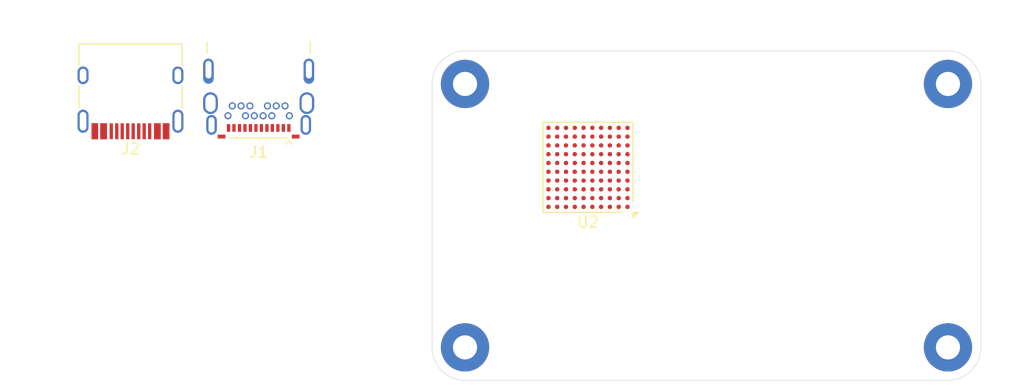
<source format=kicad_pcb>
(kicad_pcb (version 20241229) (generator "pcbnew") (generator_version "9.0")
  (layers (0 "F.Cu" signal) (4 "In1.Cu" signal) (6 "In2.Cu" signal) (8 "In3.Cu" signal) (10 "In4.Cu" signal) (2 "B.Cu" signal) (13 "F.Paste" user) (15 "B.Paste" user) (5 "F.SilkS" user "F.Silkscreen") (7 "B.SilkS" user "B.Silkscreen") (1 "F.Mask" user) (3 "B.Mask" user) (25 "Edge.Cuts" user))
  (net 0 "")
  (net 7 "Net-(J1-GND-PadA1)")
  (net 8 "Net-(J1-VBUS-PadA4)")
  (net 20 "Net-(J2-VBUS-PadA4)")
  (net 23 "Net-(J2-GND-PadA1)")
  (net 33 "Net-(U2-VSS-PadC2)")
  (net 127 "GND")
  (footprint "MountingHole:MountingHole_2.2mm_M2_Pad_TopBottom" (layer "F.Cu") (at 83 107)
    (property "Reference" "H3" (hide yes))
    (property "Value" "MountingHole_Pad")
    (pad "1" thru_hole circle (at 0 0) (size 2.6 2.6) (drill 2.2) (layers "*.Cu" "*.Mask") (net 127 "GND"))
    (pad "1" connect circle (at 0 0) (size 4.4 4.4) (layers "F.Cu" "F.Mask") (net 127 "GND"))
    (pad "1" connect circle (at 0 0) (size 4.4 4.4) (layers "B.Cu" "B.Mask") (net 127 "GND"))
  )
  (footprint "MountingHole:MountingHole_2.2mm_M2_Pad_TopBottom" (layer "F.Cu") (at 127 107)
    (property "Reference" "H4" (hide yes))
    (property "Value" "MountingHole_Pad")
    (pad "1" thru_hole circle (at 0 0) (size 2.6 2.6) (drill 2.2) (layers "*.Cu" "*.Mask") (net 127 "GND"))
    (pad "1" connect circle (at 0 0) (size 4.4 4.4) (layers "F.Cu" "F.Mask") (net 127 "GND"))
    (pad "1" connect circle (at 0 0) (size 4.4 4.4) (layers "B.Cu" "B.Mask") (net 127 "GND"))
  )
  (footprint "Connector_USB:USB_C_Receptacle_HRO_TYPE-C-31-M-12" (layer "F.Cu") (at 52.52 83.265 180)
    (property "Reference" "J2" (at 0 -5.645 0) (layer "F.SilkS"))
    (property "Value" "USB_C_Receptacle_USB2.0_16P")
    (fp_line (start 4.7 2) (end 4.7 3.9) (stroke (width 0.12)) (layer "F.SilkS"))
    (fp_line (start 4.7 -1.9) (end 4.7 0.1) (stroke (width 0.12)) (layer "F.SilkS"))
    (fp_line (start -4.7 3.9) (end 4.7 3.9) (stroke (width 0.12)) (layer "F.SilkS"))
    (fp_line (start -4.7 2) (end -4.7 3.9) (stroke (width 0.12)) (layer "F.SilkS"))
    (fp_line (start -4.7 -1.9) (end -4.7 0.1) (stroke (width 0.12)) (layer "F.SilkS"))
    (pad "" np_thru_hole circle (at -2.89 -2.6 180) (size 0.65 0.65) (drill 0.65) (layers "*.Cu" "*.Mask"))
    (pad "" np_thru_hole circle (at 2.89 -2.6 180) (size 0.65 0.65) (drill 0.65) (layers "*.Cu" "*.Mask"))
    (pad "A1" smd rect (at -3.25 -4.045 180) (size 0.6 1.45) (layers "F.Cu" "F.Mask" "F.Paste") (net 23 "Net-(J2-GND-PadA1)"))
    (pad "A4" smd rect (at -2.45 -4.045 180) (size 0.6 1.45) (layers "F.Cu" "F.Mask" "F.Paste") (net 20 "Net-(J2-VBUS-PadA4)"))
    (pad "A5" smd rect (at -1.25 -4.045 180) (size 0.3 1.45) (layers "F.Cu" "F.Mask" "F.Paste"))
    (pad "A6" smd rect (at -0.25 -4.045 180) (size 0.3 1.45) (layers "F.Cu" "F.Mask" "F.Paste"))
    (pad "A7" smd rect (at 0.25 -4.045 180) (size 0.3 1.45) (layers "F.Cu" "F.Mask" "F.Paste"))
    (pad "A8" smd rect (at 1.25 -4.045 180) (size 0.3 1.45) (layers "F.Cu" "F.Mask" "F.Paste"))
    (pad "A9" smd rect (at 2.45 -4.045 180) (size 0.6 1.45) (layers "F.Cu" "F.Mask" "F.Paste") (net 20 "Net-(J2-VBUS-PadA4)"))
    (pad "A12" smd rect (at 3.25 -4.045 180) (size 0.6 1.45) (layers "F.Cu" "F.Mask" "F.Paste") (net 23 "Net-(J2-GND-PadA1)"))
    (pad "B1" smd rect (at 3.25 -4.045 180) (size 0.6 1.45) (layers "F.Cu" "F.Mask" "F.Paste") (net 23 "Net-(J2-GND-PadA1)"))
    (pad "B4" smd rect (at 2.45 -4.045 180) (size 0.6 1.45) (layers "F.Cu" "F.Mask" "F.Paste") (net 20 "Net-(J2-VBUS-PadA4)"))
    (pad "B5" smd rect (at 1.75 -4.045 180) (size 0.3 1.45) (layers "F.Cu" "F.Mask" "F.Paste"))
    (pad "B6" smd rect (at 0.75 -4.045 180) (size 0.3 1.45) (layers "F.Cu" "F.Mask" "F.Paste"))
    (pad "B7" smd rect (at -0.75 -4.045 180) (size 0.3 1.45) (layers "F.Cu" "F.Mask" "F.Paste"))
    (pad "B8" smd rect (at -1.75 -4.045 180) (size 0.3 1.45) (layers "F.Cu" "F.Mask" "F.Paste"))
    (pad "B9" smd rect (at -2.45 -4.045 180) (size 0.6 1.45) (layers "F.Cu" "F.Mask" "F.Paste") (net 20 "Net-(J2-VBUS-PadA4)"))
    (pad "B12" smd rect (at -3.25 -4.045 180) (size 0.6 1.45) (layers "F.Cu" "F.Mask" "F.Paste") (net 23 "Net-(J2-GND-PadA1)"))
    (pad "S1" thru_hole oval (at -4.32 -3.13 180) (size 1 2.1) (drill oval 0.6 1.7) (property pad_prop_heatsink) (layers "*.Cu" "*.Mask"))
    (pad "S1" thru_hole oval (at -4.32 1.05 180) (size 1 1.6) (drill oval 0.6 1.2) (property pad_prop_heatsink) (layers "*.Cu" "*.Mask"))
    (pad "S1" thru_hole oval (at 4.32 -3.13 180) (size 1 2.1) (drill oval 0.6 1.7) (property pad_prop_heatsink) (layers "*.Cu" "*.Mask"))
    (pad "S1" thru_hole oval (at 4.32 1.05 180) (size 1 1.6) (drill oval 0.6 1.2) (property pad_prop_heatsink) (layers "*.Cu" "*.Mask"))
  )
  (footprint "MountingHole:MountingHole_2.2mm_M2_Pad_TopBottom" (layer "F.Cu") (at 83 83)
    (property "Reference" "H1" (hide yes))
    (property "Value" "MountingHole_Pad")
    (pad "1" thru_hole circle (at 0 0) (size 2.6 2.6) (drill 2.2) (layers "*.Cu" "*.Mask") (net 127 "GND"))
    (pad "1" connect circle (at 0 0) (size 4.4 4.4) (layers "F.Cu" "F.Mask") (net 127 "GND"))
    (pad "1" connect circle (at 0 0) (size 4.4 4.4) (layers "B.Cu" "B.Mask") (net 127 "GND"))
  )
  (footprint "MountingHole:MountingHole_2.2mm_M2_Pad_TopBottom" (layer "F.Cu") (at 127 83)
    (property "Reference" "H2" (hide yes))
    (property "Value" "MountingHole_Pad")
    (pad "1" thru_hole circle (at 0 0) (size 2.6 2.6) (drill 2.2) (layers "*.Cu" "*.Mask") (net 127 "GND"))
    (pad "1" connect circle (at 0 0) (size 4.4 4.4) (layers "F.Cu" "F.Mask") (net 127 "GND"))
    (pad "1" connect circle (at 0 0) (size 4.4 4.4) (layers "B.Cu" "B.Mask") (net 127 "GND"))
  )
  (footprint "Package_BGA:TFBGA-100_8x8mm_Layout10x10_P0.8mm" (layer "F.Cu") (at 94.2 90.6 180)
    (property "Reference" "U2" (at 0 -5 0) (layer "F.SilkS"))
    (property "Value" "STM32H743VGHx")
    (fp_line (start 4.11 4.11) (end -4.11 4.11) (stroke (width 0.12)) (layer "F.SilkS"))
    (fp_line (start 4.11 -4.11) (end 4.11 4.11) (stroke (width 0.12)) (layer "F.SilkS"))
    (fp_line (start -3.11 -4.11) (end 4.11 -4.11) (stroke (width 0.12)) (layer "F.SilkS"))
    (fp_line (start -4.11 4.11) (end -4.11 -3.11) (stroke (width 0.12)) (layer "F.SilkS"))
    (fp_poly (pts (xy -4.11 -4.11) (xy -4.61 -4.11) (xy -4.11 -4.61)) (stroke (width 0.12)) (fill yes) (layer "F.SilkS"))
    (pad "A1" smd circle (at -3.6 -3.6 180) (size 0.4 0.4) (property pad_prop_bga) (layers "F.Cu" "F.Mask" "F.Paste"))
    (pad "A2" smd circle (at -2.8 -3.6 180) (size 0.4 0.4) (property pad_prop_bga) (layers "F.Cu" "F.Mask" "F.Paste"))
    (pad "A3" smd circle (at -2 -3.6 180) (size 0.4 0.4) (property pad_prop_bga) (layers "F.Cu" "F.Mask" "F.Paste"))
    (pad "A4" smd circle (at -1.2 -3.6 180) (size 0.4 0.4) (property pad_prop_bga) (layers "F.Cu" "F.Mask" "F.Paste"))
    (pad "A5" smd circle (at -0.4 -3.6 180) (size 0.4 0.4) (property pad_prop_bga) (layers "F.Cu" "F.Mask" "F.Paste"))
    (pad "A6" smd circle (at 0.4 -3.6 180) (size 0.4 0.4) (property pad_prop_bga) (layers "F.Cu" "F.Mask" "F.Paste"))
    (pad "A7" smd circle (at 1.2 -3.6 180) (size 0.4 0.4) (property pad_prop_bga) (layers "F.Cu" "F.Mask" "F.Paste"))
    (pad "A8" smd circle (at 2 -3.6 180) (size 0.4 0.4) (property pad_prop_bga) (layers "F.Cu" "F.Mask" "F.Paste"))
    (pad "A9" smd circle (at 2.8 -3.6 180) (size 0.4 0.4) (property pad_prop_bga) (layers "F.Cu" "F.Mask" "F.Paste"))
    (pad "A10" smd circle (at 3.6 -3.6 180) (size 0.4 0.4) (property pad_prop_bga) (layers "F.Cu" "F.Mask" "F.Paste"))
    (pad "B1" smd circle (at -3.6 -2.8 180) (size 0.4 0.4) (property pad_prop_bga) (layers "F.Cu" "F.Mask" "F.Paste"))
    (pad "B2" smd circle (at -2.8 -2.8 180) (size 0.4 0.4) (property pad_prop_bga) (layers "F.Cu" "F.Mask" "F.Paste"))
    (pad "B3" smd circle (at -2 -2.8 180) (size 0.4 0.4) (property pad_prop_bga) (layers "F.Cu" "F.Mask" "F.Paste"))
    (pad "B4" smd circle (at -1.2 -2.8 180) (size 0.4 0.4) (property pad_prop_bga) (layers "F.Cu" "F.Mask" "F.Paste"))
    (pad "B5" smd circle (at -0.4 -2.8 180) (size 0.4 0.4) (property pad_prop_bga) (layers "F.Cu" "F.Mask" "F.Paste"))
    (pad "B6" smd circle (at 0.4 -2.8 180) (size 0.4 0.4) (property pad_prop_bga) (layers "F.Cu" "F.Mask" "F.Paste"))
    (pad "B7" smd circle (at 1.2 -2.8 180) (size 0.4 0.4) (property pad_prop_bga) (layers "F.Cu" "F.Mask" "F.Paste"))
    (pad "B8" smd circle (at 2 -2.8 180) (size 0.4 0.4) (property pad_prop_bga) (layers "F.Cu" "F.Mask" "F.Paste"))
    (pad "B9" smd circle (at 2.8 -2.8 180) (size 0.4 0.4) (property pad_prop_bga) (layers "F.Cu" "F.Mask" "F.Paste"))
    (pad "B10" smd circle (at 3.6 -2.8 180) (size 0.4 0.4) (property pad_prop_bga) (layers "F.Cu" "F.Mask" "F.Paste"))
    (pad "C1" smd circle (at -3.6 -2 180) (size 0.4 0.4) (property pad_prop_bga) (layers "F.Cu" "F.Mask" "F.Paste"))
    (pad "C2" smd circle (at -2.8 -2 180) (size 0.4 0.4) (property pad_prop_bga) (layers "F.Cu" "F.Mask" "F.Paste") (net 33 "Net-(U2-VSS-PadC2)"))
    (pad "C3" smd circle (at -2 -2 180) (size 0.4 0.4) (property pad_prop_bga) (layers "F.Cu" "F.Mask" "F.Paste"))
    (pad "C4" smd circle (at -1.2 -2 180) (size 0.4 0.4) (property pad_prop_bga) (layers "F.Cu" "F.Mask" "F.Paste"))
    (pad "C5" smd circle (at -0.4 -2 180) (size 0.4 0.4) (property pad_prop_bga) (layers "F.Cu" "F.Mask" "F.Paste"))
    (pad "C6" smd circle (at 0.4 -2 180) (size 0.4 0.4) (property pad_prop_bga) (layers "F.Cu" "F.Mask" "F.Paste"))
    (pad "C7" smd circle (at 1.2 -2 180) (size 0.4 0.4) (property pad_prop_bga) (layers "F.Cu" "F.Mask" "F.Paste"))
    (pad "C8" smd circle (at 2 -2 180) (size 0.4 0.4) (property pad_prop_bga) (layers "F.Cu" "F.Mask" "F.Paste"))
    (pad "C9" smd circle (at 2.8 -2 180) (size 0.4 0.4) (property pad_prop_bga) (layers "F.Cu" "F.Mask" "F.Paste"))
    (pad "C10" smd circle (at 3.6 -2 180) (size 0.4 0.4) (property pad_prop_bga) (layers "F.Cu" "F.Mask" "F.Paste"))
    (pad "D1" smd circle (at -3.6 -1.2 180) (size 0.4 0.4) (property pad_prop_bga) (layers "F.Cu" "F.Mask" "F.Paste"))
    (pad "D2" smd circle (at -2.8 -1.2 180) (size 0.4 0.4) (property pad_prop_bga) (layers "F.Cu" "F.Mask" "F.Paste"))
    (pad "D3" smd circle (at -2 -1.2 180) (size 0.4 0.4) (property pad_prop_bga) (layers "F.Cu" "F.Mask" "F.Paste"))
    (pad "D4" smd circle (at -1.2 -1.2 180) (size 0.4 0.4) (property pad_prop_bga) (layers "F.Cu" "F.Mask" "F.Paste"))
    (pad "D5" smd circle (at -0.4 -1.2 180) (size 0.4 0.4) (property pad_prop_bga) (layers "F.Cu" "F.Mask" "F.Paste"))
    (pad "D6" smd circle (at 0.4 -1.2 180) (size 0.4 0.4) (property pad_prop_bga) (layers "F.Cu" "F.Mask" "F.Paste"))
    (pad "D7" smd circle (at 1.2 -1.2 180) (size 0.4 0.4) (property pad_prop_bga) (layers "F.Cu" "F.Mask" "F.Paste"))
    (pad "D8" smd circle (at 2 -1.2 180) (size 0.4 0.4) (property pad_prop_bga) (layers "F.Cu" "F.Mask" "F.Paste"))
    (pad "D9" smd circle (at 2.8 -1.2 180) (size 0.4 0.4) (property pad_prop_bga) (layers "F.Cu" "F.Mask" "F.Paste"))
    (pad "D10" smd circle (at 3.6 -1.2 180) (size 0.4 0.4) (property pad_prop_bga) (layers "F.Cu" "F.Mask" "F.Paste"))
    (pad "E1" smd circle (at -3.6 -0.4 180) (size 0.4 0.4) (property pad_prop_bga) (layers "F.Cu" "F.Mask" "F.Paste"))
    (pad "E2" smd circle (at -2.8 -0.4 180) (size 0.4 0.4) (property pad_prop_bga) (layers "F.Cu" "F.Mask" "F.Paste"))
    (pad "E3" smd circle (at -2 -0.4 180) (size 0.4 0.4) (property pad_prop_bga) (layers "F.Cu" "F.Mask" "F.Paste"))
    (pad "E4" smd circle (at -1.2 -0.4 180) (size 0.4 0.4) (property pad_prop_bga) (layers "F.Cu" "F.Mask" "F.Paste") (net 33 "Net-(U2-VSS-PadC2)"))
    (pad "E5" smd circle (at -0.4 -0.4 180) (size 0.4 0.4) (property pad_prop_bga) (layers "F.Cu" "F.Mask" "F.Paste") (net 33 "Net-(U2-VSS-PadC2)"))
    (pad "E6" smd circle (at 0.4 -0.4 180) (size 0.4 0.4) (property pad_prop_bga) (layers "F.Cu" "F.Mask" "F.Paste") (net 33 "Net-(U2-VSS-PadC2)"))
    (pad "E7" smd circle (at 1.2 -0.4 180) (size 0.4 0.4) (property pad_prop_bga) (layers "F.Cu" "F.Mask" "F.Paste"))
    (pad "E8" smd circle (at 2 -0.4 180) (size 0.4 0.4) (property pad_prop_bga) (layers "F.Cu" "F.Mask" "F.Paste"))
    (pad "E9" smd circle (at 2.8 -0.4 180) (size 0.4 0.4) (property pad_prop_bga) (layers "F.Cu" "F.Mask" "F.Paste"))
    (pad "E10" smd circle (at 3.6 -0.4 180) (size 0.4 0.4) (property pad_prop_bga) (layers "F.Cu" "F.Mask" "F.Paste"))
    (pad "F1" smd circle (at -3.6 0.4 180) (size 0.4 0.4) (property pad_prop_bga) (layers "F.Cu" "F.Mask" "F.Paste"))
    (pad "F2" smd circle (at -2.8 0.4 180) (size 0.4 0.4) (property pad_prop_bga) (layers "F.Cu" "F.Mask" "F.Paste"))
    (pad "F3" smd circle (at -2 0.4 180) (size 0.4 0.4) (property pad_prop_bga) (layers "F.Cu" "F.Mask" "F.Paste"))
    (pad "F4" smd circle (at -1.2 0.4 180) (size 0.4 0.4) (property pad_prop_bga) (layers "F.Cu" "F.Mask" "F.Paste"))
    (pad "F5" smd circle (at -0.4 0.4 180) (size 0.4 0.4) (property pad_prop_bga) (layers "F.Cu" "F.Mask" "F.Paste"))
    (pad "F6" smd circle (at 0.4 0.4 180) (size 0.4 0.4) (property pad_prop_bga) (layers "F.Cu" "F.Mask" "F.Paste"))
    (pad "F7" smd circle (at 1.2 0.4 180) (size 0.4 0.4) (property pad_prop_bga) (layers "F.Cu" "F.Mask" "F.Paste"))
    (pad "F8" smd circle (at 2 0.4 180) (size 0.4 0.4) (property pad_prop_bga) (layers "F.Cu" "F.Mask" "F.Paste"))
    (pad "F9" smd circle (at 2.8 0.4 180) (size 0.4 0.4) (property pad_prop_bga) (layers "F.Cu" "F.Mask" "F.Paste"))
    (pad "F10" smd circle (at 3.6 0.4 180) (size 0.4 0.4) (property pad_prop_bga) (layers "F.Cu" "F.Mask" "F.Paste"))
    (pad "G1" smd circle (at -3.6 1.2 180) (size 0.4 0.4) (property pad_prop_bga) (layers "F.Cu" "F.Mask" "F.Paste"))
    (pad "G2" smd circle (at -2.8 1.2 180) (size 0.4 0.4) (property pad_prop_bga) (layers "F.Cu" "F.Mask" "F.Paste"))
    (pad "G3" smd circle (at -2 1.2 180) (size 0.4 0.4) (property pad_prop_bga) (layers "F.Cu" "F.Mask" "F.Paste"))
    (pad "G4" smd circle (at -1.2 1.2 180) (size 0.4 0.4) (property pad_prop_bga) (layers "F.Cu" "F.Mask" "F.Paste"))
    (pad "G5" smd circle (at -0.4 1.2 180) (size 0.4 0.4) (property pad_prop_bga) (layers "F.Cu" "F.Mask" "F.Paste"))
    (pad "G6" smd circle (at 0.4 1.2 180) (size 0.4 0.4) (property pad_prop_bga) (layers "F.Cu" "F.Mask" "F.Paste"))
    (pad "G7" smd circle (at 1.2 1.2 180) (size 0.4 0.4) (property pad_prop_bga) (layers "F.Cu" "F.Mask" "F.Paste"))
    (pad "G8" smd circle (at 2 1.2 180) (size 0.4 0.4) (property pad_prop_bga) (layers "F.Cu" "F.Mask" "F.Paste"))
    (pad "G9" smd circle (at 2.8 1.2 180) (size 0.4 0.4) (property pad_prop_bga) (layers "F.Cu" "F.Mask" "F.Paste"))
    (pad "G10" smd circle (at 3.6 1.2 180) (size 0.4 0.4) (property pad_prop_bga) (layers "F.Cu" "F.Mask" "F.Paste"))
    (pad "H1" smd circle (at -3.6 2 180) (size 0.4 0.4) (property pad_prop_bga) (layers "F.Cu" "F.Mask" "F.Paste"))
    (pad "H2" smd circle (at -2.8 2 180) (size 0.4 0.4) (property pad_prop_bga) (layers "F.Cu" "F.Mask" "F.Paste"))
    (pad "H3" smd circle (at -2 2 180) (size 0.4 0.4) (property pad_prop_bga) (layers "F.Cu" "F.Mask" "F.Paste"))
    (pad "H4" smd circle (at -1.2 2 180) (size 0.4 0.4) (property pad_prop_bga) (layers "F.Cu" "F.Mask" "F.Paste"))
    (pad "H5" smd circle (at -0.4 2 180) (size 0.4 0.4) (property pad_prop_bga) (layers "F.Cu" "F.Mask" "F.Paste"))
    (pad "H6" smd circle (at 0.4 2 180) (size 0.4 0.4) (property pad_prop_bga) (layers "F.Cu" "F.Mask" "F.Paste"))
    (pad "H7" smd circle (at 1.2 2 180) (size 0.4 0.4) (property pad_prop_bga) (layers "F.Cu" "F.Mask" "F.Paste"))
    (pad "H8" smd circle (at 2 2 180) (size 0.4 0.4) (property pad_prop_bga) (layers "F.Cu" "F.Mask" "F.Paste"))
    (pad "H9" smd circle (at 2.8 2 180) (size 0.4 0.4) (property pad_prop_bga) (layers "F.Cu" "F.Mask" "F.Paste"))
    (pad "H10" smd circle (at 3.6 2 180) (size 0.4 0.4) (property pad_prop_bga) (layers "F.Cu" "F.Mask" "F.Paste"))
    (pad "J1" smd circle (at -3.6 2.8 180) (size 0.4 0.4) (property pad_prop_bga) (layers "F.Cu" "F.Mask" "F.Paste") (net 33 "Net-(U2-VSS-PadC2)"))
    (pad "J2" smd circle (at -2.8 2.8 180) (size 0.4 0.4) (property pad_prop_bga) (layers "F.Cu" "F.Mask" "F.Paste"))
    (pad "J3" smd circle (at -2 2.8 180) (size 0.4 0.4) (property pad_prop_bga) (layers "F.Cu" "F.Mask" "F.Paste"))
    (pad "J4" smd circle (at -1.2 2.8 180) (size 0.4 0.4) (property pad_prop_bga) (layers "F.Cu" "F.Mask" "F.Paste"))
    (pad "J5" smd circle (at -0.4 2.8 180) (size 0.4 0.4) (property pad_prop_bga) (layers "F.Cu" "F.Mask" "F.Paste"))
    (pad "J6" smd circle (at 0.4 2.8 180) (size 0.4 0.4) (property pad_prop_bga) (layers "F.Cu" "F.Mask" "F.Paste"))
    (pad "J7" smd circle (at 1.2 2.8 180) (size 0.4 0.4) (property pad_prop_bga) (layers "F.Cu" "F.Mask" "F.Paste"))
    (pad "J8" smd circle (at 2 2.8 180) (size 0.4 0.4) (property pad_prop_bga) (layers "F.Cu" "F.Mask" "F.Paste"))
    (pad "J9" smd circle (at 2.8 2.8 180) (size 0.4 0.4) (property pad_prop_bga) (layers "F.Cu" "F.Mask" "F.Paste"))
    (pad "J10" smd circle (at 3.6 2.8 180) (size 0.4 0.4) (property pad_prop_bga) (layers "F.Cu" "F.Mask" "F.Paste"))
    (pad "K1" smd circle (at -3.6 3.6 180) (size 0.4 0.4) (property pad_prop_bga) (layers "F.Cu" "F.Mask" "F.Paste"))
    (pad "K2" smd circle (at -2.8 3.6 180) (size 0.4 0.4) (property pad_prop_bga) (layers "F.Cu" "F.Mask" "F.Paste"))
    (pad "K3" smd circle (at -2 3.6 180) (size 0.4 0.4) (property pad_prop_bga) (layers "F.Cu" "F.Mask" "F.Paste"))
    (pad "K4" smd circle (at -1.2 3.6 180) (size 0.4 0.4) (property pad_prop_bga) (layers "F.Cu" "F.Mask" "F.Paste"))
    (pad "K5" smd circle (at -0.4 3.6 180) (size 0.4 0.4) (property pad_prop_bga) (layers "F.Cu" "F.Mask" "F.Paste"))
    (pad "K6" smd circle (at 0.4 3.6 180) (size 0.4 0.4) (property pad_prop_bga) (layers "F.Cu" "F.Mask" "F.Paste"))
    (pad "K7" smd circle (at 1.2 3.6 180) (size 0.4 0.4) (property pad_prop_bga) (layers "F.Cu" "F.Mask" "F.Paste"))
    (pad "K8" smd circle (at 2 3.6 180) (size 0.4 0.4) (property pad_prop_bga) (layers "F.Cu" "F.Mask" "F.Paste"))
    (pad "K9" smd circle (at 2.8 3.6 180) (size 0.4 0.4) (property pad_prop_bga) (layers "F.Cu" "F.Mask" "F.Paste"))
    (pad "K10" smd circle (at 3.6 3.6 180) (size 0.4 0.4) (property pad_prop_bga) (layers "F.Cu" "F.Mask" "F.Paste"))
  )
  (footprint "Connector_USB:USB_C_Receptacle_CNCTech_C-ARA1-AK51X" (layer "F.Cu") (at 64.2 83.7 180)
    (property "Reference" "J1" (at 0 -5.5 0) (layer "F.SilkS"))
    (property "Value" "USB_C_Receptacle")
    (fp_line (start 4.7 4.5) (end 4.7 3.55) (stroke (width 0.12)) (layer "F.SilkS"))
    (fp_line (start -2.65 -4.22) (end 2.65 -4.22) (stroke (width 0.12)) (layer "F.SilkS"))
    (fp_line (start -2.75 -4.45) (end -2.5 -4.8) (stroke (width 0.12)) (layer "F.SilkS"))
    (fp_line (start -3 -4.8) (end -2.75 -4.45) (stroke (width 0.12)) (layer "F.SilkS"))
    (fp_line (start -4.7 3.55) (end -4.7 4.5) (stroke (width 0.12)) (layer "F.SilkS"))
    (pad "A1" smd rect (at -2.75 -3.31 180) (size 0.3 0.7) (layers "F.Cu" "F.Mask" "F.Paste") (net 7 "Net-(J1-GND-PadA1)"))
    (pad "A2" smd rect (at -2.25 -3.31 180) (size 0.3 0.7) (layers "F.Cu" "F.Mask" "F.Paste"))
    (pad "A3" smd rect (at -1.75 -3.31 180) (size 0.3 0.7) (layers "F.Cu" "F.Mask" "F.Paste"))
    (pad "A4" smd rect (at -1.25 -3.31 180) (size 0.3 0.7) (layers "F.Cu" "F.Mask" "F.Paste") (net 8 "Net-(J1-VBUS-PadA4)"))
    (pad "A5" smd rect (at -0.75 -3.31 180) (size 0.3 0.7) (layers "F.Cu" "F.Mask" "F.Paste"))
    (pad "A6" smd rect (at -0.25 -3.31 180) (size 0.3 0.7) (layers "F.Cu" "F.Mask" "F.Paste"))
    (pad "A7" smd rect (at 0.25 -3.31 180) (size 0.3 0.7) (layers "F.Cu" "F.Mask" "F.Paste"))
    (pad "A8" smd rect (at 0.75 -3.31 180) (size 0.3 0.7) (layers "F.Cu" "F.Mask" "F.Paste"))
    (pad "A9" smd rect (at 1.25 -3.31 180) (size 0.3 0.7) (layers "F.Cu" "F.Mask" "F.Paste") (net 8 "Net-(J1-VBUS-PadA4)"))
    (pad "A10" smd rect (at 1.75 -3.31 180) (size 0.3 0.7) (layers "F.Cu" "F.Mask" "F.Paste"))
    (pad "A11" smd rect (at 2.25 -3.31 180) (size 0.3 0.7) (layers "F.Cu" "F.Mask" "F.Paste"))
    (pad "A12" smd rect (at 2.75 -3.31 180) (size 0.3 0.7) (layers "F.Cu" "F.Mask" "F.Paste") (net 7 "Net-(J1-GND-PadA1)"))
    (pad "B1" thru_hole circle (at 2.8 -2.2 180) (size 0.65 0.65) (drill 0.4) (property pad_prop_heatsink) (layers "*.Cu" "*.Mask" "F.Paste") (net 7 "Net-(J1-GND-PadA1)"))
    (pad "B2" thru_hole circle (at 2.4 -1.3 180) (size 0.65 0.65) (drill 0.4) (property pad_prop_heatsink) (layers "*.Cu" "*.Mask" "F.Paste"))
    (pad "B3" thru_hole circle (at 1.6 -1.3 180) (size 0.65 0.65) (drill 0.4) (property pad_prop_heatsink) (layers "*.Cu" "*.Mask" "F.Paste"))
    (pad "B4" thru_hole circle (at 1.2 -2.2 180) (size 0.65 0.65) (drill 0.4) (property pad_prop_heatsink) (layers "*.Cu" "*.Mask" "F.Paste") (net 8 "Net-(J1-VBUS-PadA4)"))
    (pad "B5" thru_hole circle (at 0.8 -1.3 180) (size 0.65 0.65) (drill 0.4) (property pad_prop_heatsink) (layers "*.Cu" "*.Mask" "F.Paste"))
    (pad "B6" thru_hole circle (at 0.4 -2.2 180) (size 0.65 0.65) (drill 0.4) (property pad_prop_heatsink) (layers "*.Cu" "*.Mask" "F.Paste"))
    (pad "B7" thru_hole circle (at -0.4 -2.2 180) (size 0.65 0.65) (drill 0.4) (property pad_prop_heatsink) (layers "*.Cu" "*.Mask" "F.Paste"))
    (pad "B8" thru_hole circle (at -0.8 -1.3 180) (size 0.65 0.65) (drill 0.4) (property pad_prop_heatsink) (layers "*.Cu" "*.Mask" "F.Paste"))
    (pad "B9" thru_hole circle (at -1.2 -2.2 180) (size 0.65 0.65) (drill 0.4) (property pad_prop_heatsink) (layers "*.Cu" "*.Mask" "F.Paste") (net 8 "Net-(J1-VBUS-PadA4)"))
    (pad "B10" thru_hole circle (at -1.6 -1.3 180) (size 0.65 0.65) (drill 0.4) (property pad_prop_heatsink) (layers "*.Cu" "*.Mask" "F.Paste"))
    (pad "B11" thru_hole circle (at -2.4 -1.3 180) (size 0.65 0.65) (drill 0.4) (property pad_prop_heatsink) (layers "*.Cu" "*.Mask" "F.Paste"))
    (pad "B12" thru_hole circle (at -2.8 -2.2 180) (size 0.65 0.65) (drill 0.4) (property pad_prop_heatsink) (layers "*.Cu" "*.Mask" "F.Paste") (net 7 "Net-(J1-GND-PadA1)"))
    (pad "S1" thru_hole oval (at -4.575 2 180) (size 0.95 2.28) (drill oval 0.55 1.6 (offset 0 -0.14)) (property pad_prop_heatsink) (layers "*.Cu" "*.Mask" "F.Paste"))
    (pad "S1" thru_hole oval (at -4.39 -1.05 180) (size 1.33 1.98) (drill oval 0.93 1.58) (property pad_prop_heatsink) (layers "*.Cu" "*.Mask" "F.Paste"))
    (pad "S1" thru_hole oval (at -4.295 -3.03 180) (size 0.95 1.8) (drill oval 0.55 1.4) (property pad_prop_heatsink) (layers "*.Cu" "*.Mask" "F.Paste"))
    (pad "S1" smd rect (at -3.375 -4.095 180) (size 0.7 0.35) (layers "F.Cu" "F.Mask" "F.Paste"))
    (pad "S1" smd rect (at 3.375 -4.095 180) (size 0.7 0.35) (layers "F.Cu" "F.Mask" "F.Paste"))
    (pad "S1" thru_hole oval (at 4.295 -3.03 180) (size 0.95 1.8) (drill oval 0.55 1.4) (property pad_prop_heatsink) (layers "*.Cu" "*.Mask" "F.Paste"))
    (pad "S1" thru_hole oval (at 4.39 -1.05 180) (size 1.33 1.98) (drill oval 0.93 1.58) (property pad_prop_heatsink) (layers "*.Cu" "*.Mask" "F.Paste"))
    (pad "S1" thru_hole oval (at 4.575 2 180) (size 0.95 2.28) (drill oval 0.55 1.6 (offset 0 -0.14)) (property pad_prop_heatsink) (layers "*.Cu" "*.Mask" "F.Paste"))
  )
  (gr_arc (start 83 110) (mid 80.87868 109.12132) (end 80 107) (stroke (width 0.05)) (layer "Edge.Cuts"))
  (gr_arc (start 80 83) (mid 80.87868 80.87868) (end 83 80) (stroke (width 0.05)) (layer "Edge.Cuts"))
  (gr_line (start 127 80) (end 83 80) (stroke (width 0.05)) (layer "Edge.Cuts"))
  (gr_arc (start 127 80) (mid 129.12132 80.87868) (end 130 83) (stroke (width 0.05)) (layer "Edge.Cuts"))
  (gr_line (start 80 83) (end 80 107) (stroke (width 0.05)) (layer "Edge.Cuts"))
  (gr_arc (start 130 107) (mid 129.12132 109.12132) (end 127 110) (stroke (width 0.05)) (layer "Edge.Cuts"))
  (gr_line (start 83 110) (end 127 110) (stroke (width 0.05)) (layer "Edge.Cuts"))
  (gr_line (start 130 107) (end 130 83) (stroke (width 0.05)) (layer "Edge.Cuts"))
)
</source>
